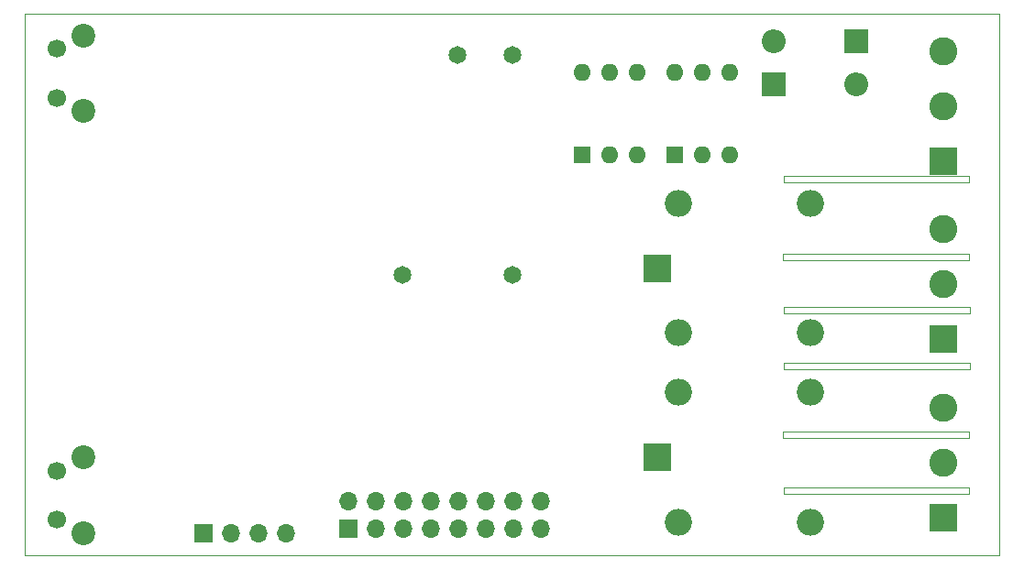
<source format=gbs>
G04 #@! TF.GenerationSoftware,KiCad,Pcbnew,7.0.1*
G04 #@! TF.CreationDate,2023-06-22T15:14:40+02:00*
G04 #@! TF.ProjectId,CaptorBoard,43617074-6f72-4426-9f61-72642e6b6963,rev?*
G04 #@! TF.SameCoordinates,Original*
G04 #@! TF.FileFunction,Soldermask,Bot*
G04 #@! TF.FilePolarity,Negative*
%FSLAX46Y46*%
G04 Gerber Fmt 4.6, Leading zero omitted, Abs format (unit mm)*
G04 Created by KiCad (PCBNEW 7.0.1) date 2023-06-22 15:14:40*
%MOMM*%
%LPD*%
G01*
G04 APERTURE LIST*
%ADD10R,1.700000X1.700000*%
%ADD11O,1.700000X1.700000*%
%ADD12R,2.200000X2.200000*%
%ADD13O,2.200000X2.200000*%
%ADD14R,2.600000X2.600000*%
%ADD15C,2.600000*%
%ADD16C,2.200000*%
%ADD17C,1.700000*%
%ADD18R,1.600000X1.600000*%
%ADD19O,1.600000X1.600000*%
%ADD20R,2.500000X2.500000*%
%ADD21O,2.500000X2.500000*%
%ADD22C,1.650000*%
G04 #@! TA.AperFunction,Profile*
%ADD23C,0.100000*%
G04 #@! TD*
G04 APERTURE END LIST*
D10*
X124891800Y-97536000D03*
D11*
X124891800Y-94996000D03*
X127431800Y-97536000D03*
X127431800Y-94996000D03*
X129971800Y-97536000D03*
X129971800Y-94996000D03*
X132511800Y-97536000D03*
X132511800Y-94996000D03*
X135051800Y-97536000D03*
X135051800Y-94996000D03*
X137591800Y-97536000D03*
X137591800Y-94996000D03*
X140131800Y-97536000D03*
X140131800Y-94996000D03*
X142671800Y-97536000D03*
X142671800Y-94996000D03*
D12*
X164190000Y-56500000D03*
D13*
X171810000Y-56500000D03*
D12*
X171810000Y-52500000D03*
D13*
X164190000Y-52500000D03*
D14*
X179805000Y-63585000D03*
D15*
X179805000Y-58505000D03*
X179805000Y-53425000D03*
D16*
X100425000Y-98000000D03*
X100425000Y-91000000D03*
D17*
X97925000Y-96750000D03*
X97925000Y-92250000D03*
D16*
X100425000Y-59000000D03*
X100425000Y-52000000D03*
D17*
X97925000Y-57750000D03*
X97925000Y-53250000D03*
D18*
X154975000Y-63000000D03*
D19*
X157515000Y-63000000D03*
X160055000Y-63000000D03*
X160055000Y-55380000D03*
X157515000Y-55380000D03*
X154975000Y-55380000D03*
D18*
X146475000Y-63000000D03*
D19*
X149015000Y-63000000D03*
X151555000Y-63000000D03*
X151555000Y-55380000D03*
X149015000Y-55380000D03*
X146475000Y-55380000D03*
D11*
X119110600Y-97993200D03*
X116570600Y-97993200D03*
X114030600Y-97993200D03*
D10*
X111490600Y-97993200D03*
D20*
X153372500Y-73500000D03*
D21*
X155372500Y-79500000D03*
X167572500Y-79500000D03*
X167572500Y-67500000D03*
X155372500Y-67500000D03*
D14*
X179805000Y-96585000D03*
D15*
X179805000Y-91505000D03*
X179805000Y-86425000D03*
D22*
X140000000Y-74160000D03*
X129840000Y-74160000D03*
X134920000Y-53840000D03*
X140000000Y-53840000D03*
D14*
X179805000Y-80085000D03*
D15*
X179805000Y-75005000D03*
X179805000Y-69925000D03*
D20*
X153372500Y-91000000D03*
D21*
X155372500Y-97000000D03*
X167572500Y-97000000D03*
X167572500Y-85000000D03*
X155372500Y-85000000D03*
D23*
X95000000Y-50000000D02*
X185000000Y-50000000D01*
X165080300Y-77063600D02*
X182239300Y-77063600D01*
X182239300Y-77663600D01*
X165080300Y-77663600D01*
X165080300Y-77063600D01*
X95000000Y-100000000D02*
X95000000Y-50000000D01*
X185000000Y-100000000D02*
X95000000Y-100000000D01*
X165080300Y-82219800D02*
X182239300Y-82219800D01*
X182239300Y-82819800D01*
X165080300Y-82819800D01*
X165080300Y-82219800D01*
X185000000Y-50000000D02*
X185000000Y-100000000D01*
X165042200Y-72212200D02*
X182201200Y-72212200D01*
X182201200Y-72812200D01*
X165042200Y-72812200D01*
X165042200Y-72212200D01*
X165029500Y-88630200D02*
X182188500Y-88630200D01*
X182188500Y-89230200D01*
X165029500Y-89230200D01*
X165029500Y-88630200D01*
X165054900Y-93735600D02*
X182213900Y-93735600D01*
X182213900Y-94335600D01*
X165054900Y-94335600D01*
X165054900Y-93735600D01*
X165054900Y-64947800D02*
X182213900Y-64947800D01*
X182213900Y-65547800D01*
X165054900Y-65547800D01*
X165054900Y-64947800D01*
M02*

</source>
